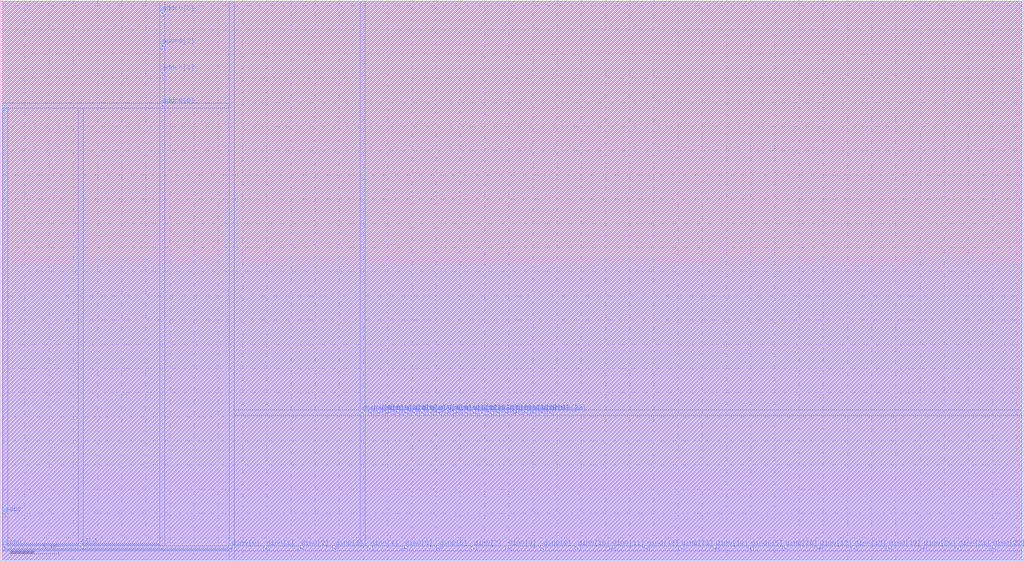
<source format=lef>
VERSION 5.4 ;
NAMESCASESENSITIVE ON ;
BUSBITCHARS "[]" ;
DIVIDERCHAR "/" ;
UNITS
  DATABASE MICRONS 2000 ;
END UNITS
MACRO mp3_tag_array
   CLASS BLOCK ;
   SIZE 84.585 BY 46.5 ;
   SYMMETRY X Y R90 ;
   PIN din0[0]
      DIRECTION INPUT ;
      PORT
         LAYER metal3 ;
         RECT  19.02 1.0375 19.155 1.1725 ;
      END
   END din0[0]
   PIN din0[1]
      DIRECTION INPUT ;
      PORT
         LAYER metal3 ;
         RECT  21.88 1.0375 22.015 1.1725 ;
      END
   END din0[1]
   PIN din0[2]
      DIRECTION INPUT ;
      PORT
         LAYER metal3 ;
         RECT  24.74 1.0375 24.875 1.1725 ;
      END
   END din0[2]
   PIN din0[3]
      DIRECTION INPUT ;
      PORT
         LAYER metal3 ;
         RECT  27.6 1.0375 27.735 1.1725 ;
      END
   END din0[3]
   PIN din0[4]
      DIRECTION INPUT ;
      PORT
         LAYER metal3 ;
         RECT  30.46 1.0375 30.595 1.1725 ;
      END
   END din0[4]
   PIN din0[5]
      DIRECTION INPUT ;
      PORT
         LAYER metal3 ;
         RECT  33.32 1.0375 33.455 1.1725 ;
      END
   END din0[5]
   PIN din0[6]
      DIRECTION INPUT ;
      PORT
         LAYER metal3 ;
         RECT  36.18 1.0375 36.315 1.1725 ;
      END
   END din0[6]
   PIN din0[7]
      DIRECTION INPUT ;
      PORT
         LAYER metal3 ;
         RECT  39.04 1.0375 39.175 1.1725 ;
      END
   END din0[7]
   PIN din0[8]
      DIRECTION INPUT ;
      PORT
         LAYER metal3 ;
         RECT  41.9 1.0375 42.035 1.1725 ;
      END
   END din0[8]
   PIN din0[9]
      DIRECTION INPUT ;
      PORT
         LAYER metal3 ;
         RECT  44.76 1.0375 44.895 1.1725 ;
      END
   END din0[9]
   PIN din0[10]
      DIRECTION INPUT ;
      PORT
         LAYER metal3 ;
         RECT  47.62 1.0375 47.755 1.1725 ;
      END
   END din0[10]
   PIN din0[11]
      DIRECTION INPUT ;
      PORT
         LAYER metal3 ;
         RECT  50.48 1.0375 50.615 1.1725 ;
      END
   END din0[11]
   PIN din0[12]
      DIRECTION INPUT ;
      PORT
         LAYER metal3 ;
         RECT  53.34 1.0375 53.475 1.1725 ;
      END
   END din0[12]
   PIN din0[13]
      DIRECTION INPUT ;
      PORT
         LAYER metal3 ;
         RECT  56.2 1.0375 56.335 1.1725 ;
      END
   END din0[13]
   PIN din0[14]
      DIRECTION INPUT ;
      PORT
         LAYER metal3 ;
         RECT  59.06 1.0375 59.195 1.1725 ;
      END
   END din0[14]
   PIN din0[15]
      DIRECTION INPUT ;
      PORT
         LAYER metal3 ;
         RECT  61.92 1.0375 62.055 1.1725 ;
      END
   END din0[15]
   PIN din0[16]
      DIRECTION INPUT ;
      PORT
         LAYER metal3 ;
         RECT  64.78 1.0375 64.915 1.1725 ;
      END
   END din0[16]
   PIN din0[17]
      DIRECTION INPUT ;
      PORT
         LAYER metal3 ;
         RECT  67.64 1.0375 67.775 1.1725 ;
      END
   END din0[17]
   PIN din0[18]
      DIRECTION INPUT ;
      PORT
         LAYER metal3 ;
         RECT  70.5 1.0375 70.635 1.1725 ;
      END
   END din0[18]
   PIN din0[19]
      DIRECTION INPUT ;
      PORT
         LAYER metal3 ;
         RECT  73.36 1.0375 73.495 1.1725 ;
      END
   END din0[19]
   PIN din0[20]
      DIRECTION INPUT ;
      PORT
         LAYER metal3 ;
         RECT  76.22 1.0375 76.355 1.1725 ;
      END
   END din0[20]
   PIN din0[21]
      DIRECTION INPUT ;
      PORT
         LAYER metal3 ;
         RECT  79.08 1.0375 79.215 1.1725 ;
      END
   END din0[21]
   PIN din0[22]
      DIRECTION INPUT ;
      PORT
         LAYER metal3 ;
         RECT  81.94 1.0375 82.075 1.1725 ;
      END
   END din0[22]
   PIN addr0[0]
      DIRECTION INPUT ;
      PORT
         LAYER metal3 ;
         RECT  13.3 37.6575 13.435 37.7925 ;
      END
   END addr0[0]
   PIN addr0[1]
      DIRECTION INPUT ;
      PORT
         LAYER metal3 ;
         RECT  13.3 40.3875 13.435 40.5225 ;
      END
   END addr0[1]
   PIN addr0[2]
      DIRECTION INPUT ;
      PORT
         LAYER metal3 ;
         RECT  13.3 42.5975 13.435 42.7325 ;
      END
   END addr0[2]
   PIN addr0[3]
      DIRECTION INPUT ;
      PORT
         LAYER metal3 ;
         RECT  13.3 45.3275 13.435 45.4625 ;
      END
   END addr0[3]
   PIN csb0
      DIRECTION INPUT ;
      PORT
         LAYER metal3 ;
         RECT  0.285 1.1275 0.42 1.2625 ;
      END
   END csb0
   PIN web0
      DIRECTION INPUT ;
      PORT
         LAYER metal3 ;
         RECT  0.285 3.8575 0.42 3.9925 ;
      END
   END web0
   PIN clk0
      DIRECTION INPUT ;
      PORT
         LAYER metal3 ;
         RECT  6.5275 1.2125 6.6625 1.3475 ;
      END
   END clk0
   PIN dout0[0]
      DIRECTION OUTPUT ;
      PORT
         LAYER metal3 ;
         RECT  29.845 12.27 29.98 12.405 ;
      END
   END dout0[0]
   PIN dout0[1]
      DIRECTION OUTPUT ;
      PORT
         LAYER metal3 ;
         RECT  30.55 12.27 30.685 12.405 ;
      END
   END dout0[1]
   PIN dout0[2]
      DIRECTION OUTPUT ;
      PORT
         LAYER metal3 ;
         RECT  31.255 12.27 31.39 12.405 ;
      END
   END dout0[2]
   PIN dout0[3]
      DIRECTION OUTPUT ;
      PORT
         LAYER metal3 ;
         RECT  31.96 12.27 32.095 12.405 ;
      END
   END dout0[3]
   PIN dout0[4]
      DIRECTION OUTPUT ;
      PORT
         LAYER metal3 ;
         RECT  32.665 12.27 32.8 12.405 ;
      END
   END dout0[4]
   PIN dout0[5]
      DIRECTION OUTPUT ;
      PORT
         LAYER metal3 ;
         RECT  33.37 12.27 33.505 12.405 ;
      END
   END dout0[5]
   PIN dout0[6]
      DIRECTION OUTPUT ;
      PORT
         LAYER metal3 ;
         RECT  34.075 12.27 34.21 12.405 ;
      END
   END dout0[6]
   PIN dout0[7]
      DIRECTION OUTPUT ;
      PORT
         LAYER metal3 ;
         RECT  34.78 12.27 34.915 12.405 ;
      END
   END dout0[7]
   PIN dout0[8]
      DIRECTION OUTPUT ;
      PORT
         LAYER metal3 ;
         RECT  35.485 12.27 35.62 12.405 ;
      END
   END dout0[8]
   PIN dout0[9]
      DIRECTION OUTPUT ;
      PORT
         LAYER metal3 ;
         RECT  36.19 12.27 36.325 12.405 ;
      END
   END dout0[9]
   PIN dout0[10]
      DIRECTION OUTPUT ;
      PORT
         LAYER metal3 ;
         RECT  36.895 12.27 37.03 12.405 ;
      END
   END dout0[10]
   PIN dout0[11]
      DIRECTION OUTPUT ;
      PORT
         LAYER metal3 ;
         RECT  37.6 12.27 37.735 12.405 ;
      END
   END dout0[11]
   PIN dout0[12]
      DIRECTION OUTPUT ;
      PORT
         LAYER metal3 ;
         RECT  38.305 12.27 38.44 12.405 ;
      END
   END dout0[12]
   PIN dout0[13]
      DIRECTION OUTPUT ;
      PORT
         LAYER metal3 ;
         RECT  39.01 12.27 39.145 12.405 ;
      END
   END dout0[13]
   PIN dout0[14]
      DIRECTION OUTPUT ;
      PORT
         LAYER metal3 ;
         RECT  39.715 12.27 39.85 12.405 ;
      END
   END dout0[14]
   PIN dout0[15]
      DIRECTION OUTPUT ;
      PORT
         LAYER metal3 ;
         RECT  40.42 12.27 40.555 12.405 ;
      END
   END dout0[15]
   PIN dout0[16]
      DIRECTION OUTPUT ;
      PORT
         LAYER metal3 ;
         RECT  41.125 12.27 41.26 12.405 ;
      END
   END dout0[16]
   PIN dout0[17]
      DIRECTION OUTPUT ;
      PORT
         LAYER metal3 ;
         RECT  41.83 12.27 41.965 12.405 ;
      END
   END dout0[17]
   PIN dout0[18]
      DIRECTION OUTPUT ;
      PORT
         LAYER metal3 ;
         RECT  42.535 12.27 42.67 12.405 ;
      END
   END dout0[18]
   PIN dout0[19]
      DIRECTION OUTPUT ;
      PORT
         LAYER metal3 ;
         RECT  43.24 12.27 43.375 12.405 ;
      END
   END dout0[19]
   PIN dout0[20]
      DIRECTION OUTPUT ;
      PORT
         LAYER metal3 ;
         RECT  43.945 12.27 44.08 12.405 ;
      END
   END dout0[20]
   PIN dout0[21]
      DIRECTION OUTPUT ;
      PORT
         LAYER metal3 ;
         RECT  44.65 12.27 44.785 12.405 ;
      END
   END dout0[21]
   PIN dout0[22]
      DIRECTION OUTPUT ;
      PORT
         LAYER metal3 ;
         RECT  45.355 12.27 45.49 12.405 ;
      END
   END dout0[22]
   PIN vdd
      DIRECTION INOUT ;
      USE POWER ; 
      SHAPE ABUTMENT ; 
      PORT
      END
   END vdd
   PIN gnd
      DIRECTION INOUT ;
      USE GROUND ; 
      SHAPE ABUTMENT ; 
      PORT
      END
   END gnd
   OBS
   LAYER  metal1 ;
      RECT  0.14 0.14 84.445 46.36 ;
   LAYER  metal2 ;
      RECT  0.14 0.14 84.445 46.36 ;
   LAYER  metal3 ;
      RECT  0.14 0.14 18.88 0.8975 ;
      RECT  18.88 0.14 19.295 0.8975 ;
      RECT  18.88 1.3125 19.295 46.36 ;
      RECT  19.295 0.14 84.445 0.8975 ;
      RECT  19.295 0.8975 21.74 1.3125 ;
      RECT  22.155 0.8975 24.6 1.3125 ;
      RECT  25.015 0.8975 27.46 1.3125 ;
      RECT  27.875 0.8975 30.32 1.3125 ;
      RECT  30.735 0.8975 33.18 1.3125 ;
      RECT  33.595 0.8975 36.04 1.3125 ;
      RECT  36.455 0.8975 38.9 1.3125 ;
      RECT  39.315 0.8975 41.76 1.3125 ;
      RECT  42.175 0.8975 44.62 1.3125 ;
      RECT  45.035 0.8975 47.48 1.3125 ;
      RECT  47.895 0.8975 50.34 1.3125 ;
      RECT  50.755 0.8975 53.2 1.3125 ;
      RECT  53.615 0.8975 56.06 1.3125 ;
      RECT  56.475 0.8975 58.92 1.3125 ;
      RECT  59.335 0.8975 61.78 1.3125 ;
      RECT  62.195 0.8975 64.64 1.3125 ;
      RECT  65.055 0.8975 67.5 1.3125 ;
      RECT  67.915 0.8975 70.36 1.3125 ;
      RECT  70.775 0.8975 73.22 1.3125 ;
      RECT  73.635 0.8975 76.08 1.3125 ;
      RECT  76.495 0.8975 78.94 1.3125 ;
      RECT  79.355 0.8975 81.8 1.3125 ;
      RECT  82.215 0.8975 84.445 1.3125 ;
      RECT  0.14 37.5175 13.16 37.9325 ;
      RECT  0.14 37.9325 13.16 46.36 ;
      RECT  13.16 1.3125 13.575 37.5175 ;
      RECT  13.575 1.3125 18.88 37.5175 ;
      RECT  13.575 37.5175 18.88 37.9325 ;
      RECT  13.575 37.9325 18.88 46.36 ;
      RECT  13.16 37.9325 13.575 40.2475 ;
      RECT  13.16 40.6625 13.575 42.4575 ;
      RECT  13.16 42.8725 13.575 45.1875 ;
      RECT  13.16 45.6025 13.575 46.36 ;
      RECT  0.14 0.8975 0.145 0.9875 ;
      RECT  0.14 0.9875 0.145 1.3125 ;
      RECT  0.145 0.8975 0.56 0.9875 ;
      RECT  0.56 0.8975 18.88 0.9875 ;
      RECT  0.14 1.3125 0.145 1.4025 ;
      RECT  0.14 1.4025 0.145 37.5175 ;
      RECT  0.145 1.4025 0.56 3.7175 ;
      RECT  0.145 4.1325 0.56 37.5175 ;
      RECT  0.56 0.9875 6.3875 1.0725 ;
      RECT  0.56 1.0725 6.3875 1.3125 ;
      RECT  6.3875 0.9875 6.8025 1.0725 ;
      RECT  6.8025 0.9875 18.88 1.0725 ;
      RECT  6.8025 1.0725 18.88 1.3125 ;
      RECT  0.56 1.3125 6.3875 1.4025 ;
      RECT  6.8025 1.3125 13.16 1.4025 ;
      RECT  0.56 1.4025 6.3875 1.4875 ;
      RECT  0.56 1.4875 6.3875 37.5175 ;
      RECT  6.3875 1.4875 6.8025 37.5175 ;
      RECT  6.8025 1.4025 13.16 1.4875 ;
      RECT  6.8025 1.4875 13.16 37.5175 ;
      RECT  19.295 1.3125 29.705 12.13 ;
      RECT  19.295 12.13 29.705 12.545 ;
      RECT  19.295 12.545 29.705 46.36 ;
      RECT  29.705 1.3125 30.12 12.13 ;
      RECT  29.705 12.545 30.12 46.36 ;
      RECT  30.12 1.3125 84.445 12.13 ;
      RECT  30.12 12.545 84.445 46.36 ;
      RECT  30.12 12.13 30.41 12.545 ;
      RECT  30.825 12.13 31.115 12.545 ;
      RECT  31.53 12.13 31.82 12.545 ;
      RECT  32.235 12.13 32.525 12.545 ;
      RECT  32.94 12.13 33.23 12.545 ;
      RECT  33.645 12.13 33.935 12.545 ;
      RECT  34.35 12.13 34.64 12.545 ;
      RECT  35.055 12.13 35.345 12.545 ;
      RECT  35.76 12.13 36.05 12.545 ;
      RECT  36.465 12.13 36.755 12.545 ;
      RECT  37.17 12.13 37.46 12.545 ;
      RECT  37.875 12.13 38.165 12.545 ;
      RECT  38.58 12.13 38.87 12.545 ;
      RECT  39.285 12.13 39.575 12.545 ;
      RECT  39.99 12.13 40.28 12.545 ;
      RECT  40.695 12.13 40.985 12.545 ;
      RECT  41.4 12.13 41.69 12.545 ;
      RECT  42.105 12.13 42.395 12.545 ;
      RECT  42.81 12.13 43.1 12.545 ;
      RECT  43.515 12.13 43.805 12.545 ;
      RECT  44.22 12.13 44.51 12.545 ;
      RECT  44.925 12.13 45.215 12.545 ;
      RECT  45.63 12.13 84.445 12.545 ;
   LAYER  metal4 ;
      RECT  0.14 0.14 84.445 46.36 ;
   END
END    mp3_tag_array
END    LIBRARY

</source>
